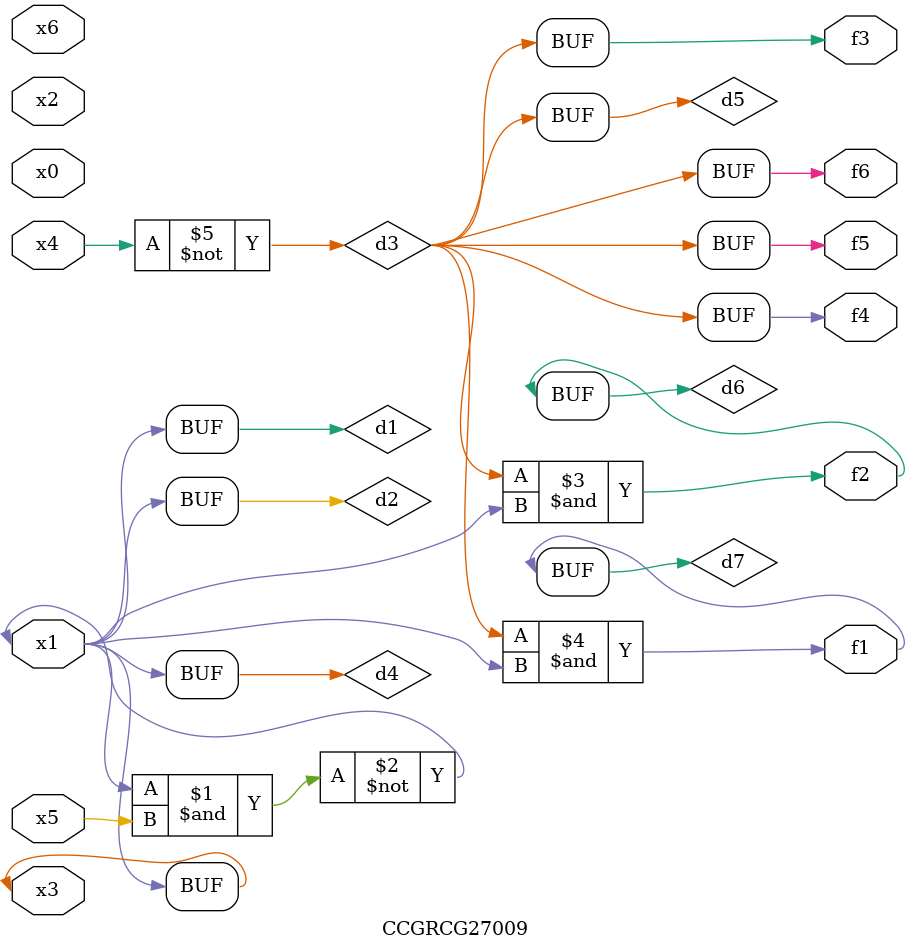
<source format=v>
module CCGRCG27009(
	input x0, x1, x2, x3, x4, x5, x6,
	output f1, f2, f3, f4, f5, f6
);

	wire d1, d2, d3, d4, d5, d6, d7;

	buf (d1, x1, x3);
	nand (d2, x1, x5);
	not (d3, x4);
	buf (d4, d1, d2);
	buf (d5, d3);
	and (d6, d3, d4);
	and (d7, d3, d4);
	assign f1 = d7;
	assign f2 = d6;
	assign f3 = d5;
	assign f4 = d5;
	assign f5 = d5;
	assign f6 = d5;
endmodule

</source>
